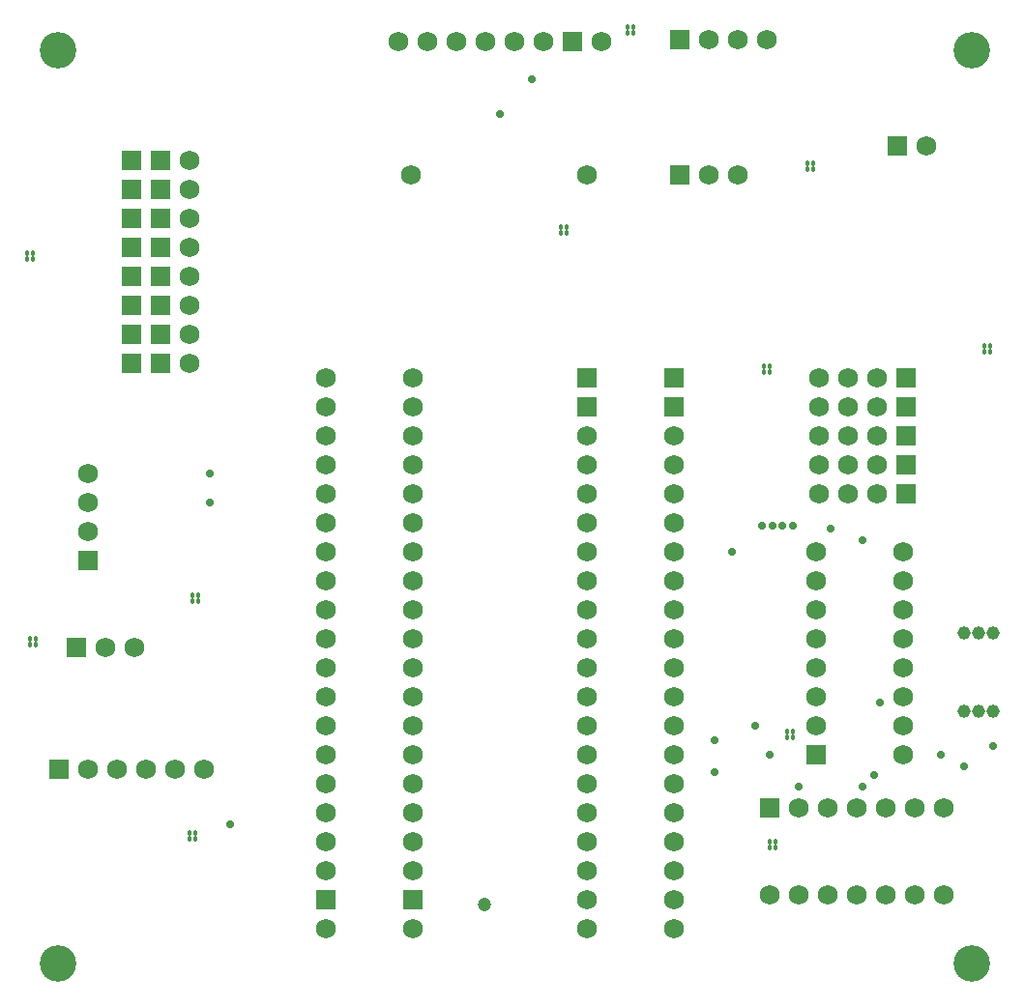
<source format=gts>
G04*
G04 #@! TF.GenerationSoftware,Altium Limited,Altium Designer,24.0.1 (36)*
G04*
G04 Layer_Color=8388736*
%FSLAX25Y25*%
%MOIN*%
G70*
G04*
G04 #@! TF.SameCoordinates,67FC8AF9-9308-4AD8-ABDD-2333FC6696B3*
G04*
G04*
G04 #@! TF.FilePolarity,Negative*
G04*
G01*
G75*
%ADD13C,0.06800*%
%ADD14R,0.06800X0.06800*%
%ADD15R,0.06800X0.06800*%
%ADD16C,0.04600*%
%ADD17C,0.12611*%
%ADD18C,0.02769*%
%ADD19C,0.01800*%
%ADD20C,0.04737*%
D13*
X188000Y205000D02*
D03*
X178000D02*
D03*
X168000D02*
D03*
X158000D02*
D03*
X148000D02*
D03*
X362000Y410000D02*
D03*
X372000D02*
D03*
X154000Y247000D02*
D03*
X164000D02*
D03*
X183000Y415000D02*
D03*
Y375000D02*
D03*
Y405000D02*
D03*
Y365000D02*
D03*
Y355000D02*
D03*
Y395000D02*
D03*
Y345000D02*
D03*
Y385000D02*
D03*
X443071Y161417D02*
D03*
X433071D02*
D03*
X423071D02*
D03*
X413071D02*
D03*
X403071D02*
D03*
X443071Y191417D02*
D03*
X433071D02*
D03*
X423071D02*
D03*
X413071D02*
D03*
X403071D02*
D03*
X393071D02*
D03*
X383071Y161417D02*
D03*
X393071D02*
D03*
X429134Y279842D02*
D03*
Y269843D02*
D03*
Y249843D02*
D03*
Y239843D02*
D03*
Y229842D02*
D03*
X399134Y219843D02*
D03*
Y279842D02*
D03*
Y269843D02*
D03*
Y259842D02*
D03*
Y249843D02*
D03*
Y239843D02*
D03*
Y229842D02*
D03*
X429134Y209842D02*
D03*
Y219843D02*
D03*
Y259842D02*
D03*
X350000Y210000D02*
D03*
Y220000D02*
D03*
Y250000D02*
D03*
Y230000D02*
D03*
Y240000D02*
D03*
Y260000D02*
D03*
Y270000D02*
D03*
Y280000D02*
D03*
Y290000D02*
D03*
Y300000D02*
D03*
Y310000D02*
D03*
Y320000D02*
D03*
Y200000D02*
D03*
Y190000D02*
D03*
Y180000D02*
D03*
Y170000D02*
D03*
Y160000D02*
D03*
Y150000D02*
D03*
X230000D02*
D03*
Y170000D02*
D03*
Y180000D02*
D03*
Y190000D02*
D03*
Y200000D02*
D03*
Y330000D02*
D03*
Y340000D02*
D03*
Y320000D02*
D03*
Y310000D02*
D03*
Y300000D02*
D03*
Y290000D02*
D03*
Y280000D02*
D03*
Y270000D02*
D03*
Y260000D02*
D03*
Y240000D02*
D03*
Y230000D02*
D03*
Y250000D02*
D03*
Y220000D02*
D03*
Y210000D02*
D03*
X260000Y340000D02*
D03*
Y330000D02*
D03*
Y320000D02*
D03*
Y310000D02*
D03*
Y300000D02*
D03*
Y290000D02*
D03*
X320000Y150000D02*
D03*
Y160000D02*
D03*
Y170000D02*
D03*
Y180000D02*
D03*
Y220000D02*
D03*
Y230000D02*
D03*
Y240000D02*
D03*
Y250000D02*
D03*
Y270000D02*
D03*
Y280000D02*
D03*
Y290000D02*
D03*
Y310000D02*
D03*
X260000Y150000D02*
D03*
Y170000D02*
D03*
Y180000D02*
D03*
Y190000D02*
D03*
Y200000D02*
D03*
Y210000D02*
D03*
Y260000D02*
D03*
Y270000D02*
D03*
Y280000D02*
D03*
Y250000D02*
D03*
Y230000D02*
D03*
Y220000D02*
D03*
Y240000D02*
D03*
X320000Y320000D02*
D03*
Y300000D02*
D03*
Y260000D02*
D03*
Y210000D02*
D03*
Y200000D02*
D03*
Y190000D02*
D03*
X410000Y340000D02*
D03*
X400000D02*
D03*
X420000D02*
D03*
X410000Y320000D02*
D03*
X400000D02*
D03*
X420000D02*
D03*
Y330000D02*
D03*
X400000D02*
D03*
X410000D02*
D03*
X420000Y300000D02*
D03*
X400000D02*
D03*
X410000D02*
D03*
X420000Y310000D02*
D03*
X400000D02*
D03*
X410000D02*
D03*
X148000Y287000D02*
D03*
Y307000D02*
D03*
Y297000D02*
D03*
X437000Y420000D02*
D03*
X371890Y456693D02*
D03*
X381890D02*
D03*
X361890D02*
D03*
X259500Y410000D02*
D03*
X320000D02*
D03*
X325000Y456000D02*
D03*
X265000D02*
D03*
X255000D02*
D03*
X275000D02*
D03*
X285000D02*
D03*
X295000D02*
D03*
X305000D02*
D03*
D14*
X138000Y205000D02*
D03*
X352000Y410000D02*
D03*
X144000Y247000D02*
D03*
X163000Y415000D02*
D03*
X173000D02*
D03*
Y375000D02*
D03*
X163000D02*
D03*
X173000Y405000D02*
D03*
X163000D02*
D03*
Y365000D02*
D03*
X173000D02*
D03*
Y355000D02*
D03*
X163000D02*
D03*
Y395000D02*
D03*
X173000D02*
D03*
X163000Y345000D02*
D03*
X173000D02*
D03*
X163000Y385000D02*
D03*
X173000D02*
D03*
X399134Y209842D02*
D03*
X350000Y340000D02*
D03*
Y330000D02*
D03*
X230000Y160000D02*
D03*
X260000D02*
D03*
X320000Y340000D02*
D03*
Y330000D02*
D03*
X430000Y340000D02*
D03*
Y320000D02*
D03*
Y330000D02*
D03*
Y300000D02*
D03*
Y310000D02*
D03*
X427000Y420000D02*
D03*
X351890Y456693D02*
D03*
X315000Y456000D02*
D03*
D15*
X383071Y191417D02*
D03*
X148000Y277000D02*
D03*
D16*
X454999Y252000D02*
D03*
X450000Y252000D02*
D03*
X460000D02*
D03*
Y225000D02*
D03*
X450000D02*
D03*
X454999Y225000D02*
D03*
D17*
X137795Y452756D02*
D03*
Y137795D02*
D03*
X452756D02*
D03*
Y452756D02*
D03*
D18*
X190000Y307000D02*
D03*
Y297000D02*
D03*
X301000Y443000D02*
D03*
X290000Y431000D02*
D03*
X197000Y186000D02*
D03*
X370158Y279842D02*
D03*
X364000Y215000D02*
D03*
Y204000D02*
D03*
X383000Y210000D02*
D03*
X421000Y228000D02*
D03*
X393000Y199000D02*
D03*
X460000Y213000D02*
D03*
X415000Y199000D02*
D03*
X378000Y220000D02*
D03*
X415000Y284000D02*
D03*
X419000Y203000D02*
D03*
X450000Y206000D02*
D03*
X442000Y210000D02*
D03*
X380500Y289000D02*
D03*
X387500D02*
D03*
X384000D02*
D03*
X391000D02*
D03*
X404000Y288000D02*
D03*
D19*
X313000Y392000D02*
D03*
Y390000D02*
D03*
X311000Y392000D02*
D03*
Y390000D02*
D03*
X457000Y351000D02*
D03*
X459000D02*
D03*
Y349000D02*
D03*
X457000D02*
D03*
X381000Y344000D02*
D03*
X383000D02*
D03*
Y342000D02*
D03*
X381000D02*
D03*
X334000Y461000D02*
D03*
X336000D02*
D03*
Y459000D02*
D03*
X334000D02*
D03*
X127000Y383000D02*
D03*
X129000D02*
D03*
Y381000D02*
D03*
X127000D02*
D03*
X184000Y265000D02*
D03*
X186000D02*
D03*
Y263000D02*
D03*
X184000D02*
D03*
X128000Y250000D02*
D03*
X130000D02*
D03*
Y248000D02*
D03*
X128000D02*
D03*
X183000Y183000D02*
D03*
X185000D02*
D03*
Y181000D02*
D03*
X183000D02*
D03*
X383000Y180000D02*
D03*
X385000D02*
D03*
Y178000D02*
D03*
X383000D02*
D03*
X389000Y218000D02*
D03*
X391000D02*
D03*
Y216000D02*
D03*
X389000D02*
D03*
X396000Y412000D02*
D03*
X398000D02*
D03*
Y414000D02*
D03*
X396000D02*
D03*
D20*
X284743Y158257D02*
D03*
M02*

</source>
